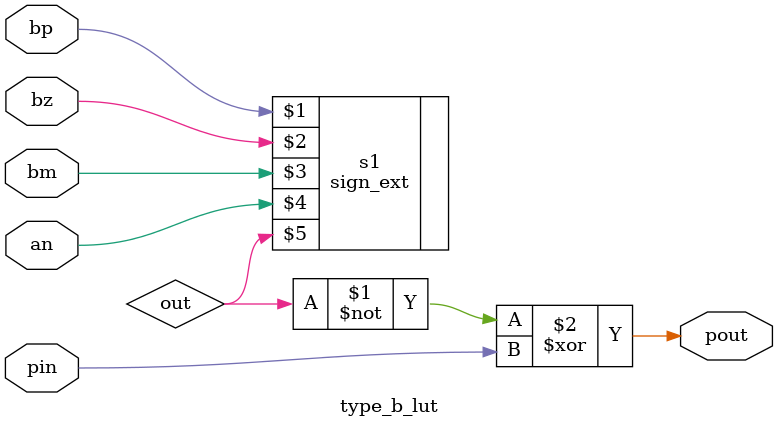
<source format=sv>
`include "sign_ext.sv" 

module type_b_lut(
  input wire bp, bz, bm, an, pin, 
  output wire pout);
  
  wire out;
  
  sign_ext s1(bp, bz, bm, an, out);
  assign pout = ((~out) ^ pin);
  
endmodule
</source>
